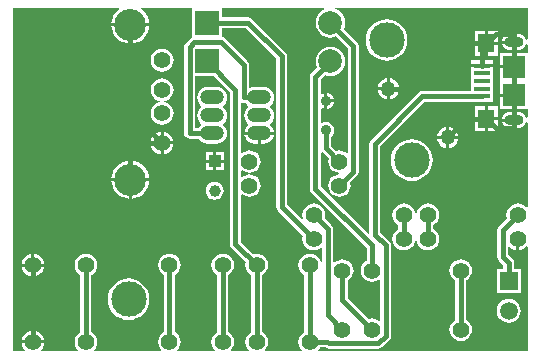
<source format=gtl>
%FSLAX44Y44*%
%MOMM*%
G71*
G01*
G75*
G04 Layer_Physical_Order=1*
G04 Layer_Color=255*
%ADD10R,1.4000X1.6000*%
%ADD11R,1.9000X1.9000*%
%ADD12R,1.3500X0.4000*%
%ADD13C,0.4000*%
%ADD14O,1.6000X0.9000*%
%ADD15O,2.0000X1.2500*%
%ADD16O,2.0000X1.2500*%
%ADD17C,1.4000*%
%ADD18C,2.7000*%
%ADD19R,2.0000X2.0000*%
%ADD20C,2.0000*%
%ADD21C,0.9000*%
%ADD22R,1.0000X1.0000*%
%ADD23C,1.0000*%
%ADD24C,1.5000*%
%ADD25R,1.5000X1.5000*%
%ADD26C,3.0000*%
%ADD27C,1.2700*%
G36*
X818650Y798789D02*
X817405Y798541D01*
X816780Y800051D01*
X815651Y801521D01*
X814181Y802650D01*
X812468Y803359D01*
X810630Y803601D01*
X808400D01*
Y796497D01*
Y789399D01*
X810630D01*
X812468Y789641D01*
X814181Y790351D01*
X815651Y791479D01*
X816780Y792950D01*
X817405Y794459D01*
X818650Y794211D01*
Y787540D01*
X808400D01*
Y775498D01*
X807133D01*
Y774230D01*
X795090D01*
Y763460D01*
Y752770D01*
X807133D01*
Y751503D01*
X808400D01*
Y739460D01*
X818650D01*
Y732789D01*
X817405Y732541D01*
X816780Y734050D01*
X815651Y735521D01*
X814181Y736649D01*
X812468Y737359D01*
X810630Y737601D01*
X808400D01*
Y730497D01*
Y723399D01*
X810630D01*
X812468Y723641D01*
X814181Y724351D01*
X815651Y725479D01*
X816780Y726950D01*
X817405Y728459D01*
X818650Y728211D01*
Y656952D01*
X817448Y656544D01*
X817064Y657044D01*
X815071Y658573D01*
X812750Y659534D01*
X810260Y659862D01*
X807770Y659534D01*
X805449Y658573D01*
X803456Y657044D01*
X801927Y655051D01*
X800966Y652730D01*
X800638Y650240D01*
X800966Y647750D01*
X801041Y647567D01*
X794287Y640813D01*
X793283Y639311D01*
X792931Y637540D01*
X792931Y637540D01*
Y614680D01*
X792931Y614680D01*
X793283Y612909D01*
X794287Y611407D01*
X798011Y607683D01*
Y604400D01*
X792600D01*
Y584320D01*
X812680D01*
Y604400D01*
X807269D01*
Y609600D01*
X807269Y609600D01*
X806917Y611371D01*
X805913Y612873D01*
X805913Y612873D01*
X802189Y616597D01*
Y622792D01*
X803392Y623200D01*
X803456Y623116D01*
X805449Y621587D01*
X807770Y620626D01*
X808990Y620465D01*
Y629922D01*
X811530D01*
Y620465D01*
X812750Y620626D01*
X815071Y621587D01*
X817064Y623116D01*
X817448Y623616D01*
X818650Y623208D01*
Y534600D01*
X641311D01*
X640903Y535802D01*
X640934Y535826D01*
X642463Y537819D01*
X642538Y538001D01*
X647347D01*
X648469Y537251D01*
X650240Y536899D01*
X650240Y536899D01*
X692150D01*
X692150Y536899D01*
X693921Y537251D01*
X695423Y538255D01*
X701773Y544605D01*
X701773Y544605D01*
X702375Y545505D01*
X702777Y546107D01*
X703129Y547878D01*
X703129Y547878D01*
X703129Y547878D01*
Y547878D01*
Y624332D01*
X703129Y624332D01*
X702777Y626103D01*
X701773Y627605D01*
X701773Y627605D01*
X693909Y635470D01*
Y708553D01*
X731227Y745871D01*
X780380D01*
X780827Y745960D01*
X789670D01*
Y752460D01*
Y758960D01*
X789670D01*
Y768040D01*
X789670D01*
Y771960D01*
Y775230D01*
X771090D01*
Y771960D01*
Y765460D01*
X771090D01*
Y761540D01*
X771090D01*
Y755129D01*
X729310D01*
X727538Y754777D01*
X726037Y753773D01*
X726037Y753773D01*
X686007Y713743D01*
X685003Y712241D01*
X684651Y710470D01*
X684651Y710470D01*
Y634703D01*
X683477Y634217D01*
X643439Y674255D01*
Y702756D01*
X644637Y703557D01*
X650141Y698053D01*
X650066Y697871D01*
X649738Y695380D01*
X650066Y692890D01*
X651027Y690569D01*
X652556Y688576D01*
X654549Y687047D01*
X656870Y686086D01*
X658621Y685855D01*
Y684585D01*
X656870Y684355D01*
X654549Y683393D01*
X652556Y681864D01*
X651027Y679872D01*
X650066Y677551D01*
X649738Y675060D01*
X650066Y672570D01*
X651027Y670249D01*
X652556Y668256D01*
X654549Y666727D01*
X656870Y665766D01*
X659360Y665438D01*
X661851Y665766D01*
X664171Y666727D01*
X666164Y668256D01*
X667693Y670249D01*
X668655Y672570D01*
X668982Y675060D01*
X668655Y677551D01*
X668579Y677733D01*
X674341Y683495D01*
X674341Y683495D01*
X675345Y684997D01*
X675345Y684997D01*
X675345Y684997D01*
X675697Y686768D01*
X675697Y686768D01*
Y793473D01*
X675697Y793473D01*
X675345Y795244D01*
X674341Y796746D01*
X674341Y796746D01*
X663255Y807832D01*
X663957Y809527D01*
X664388Y812801D01*
X663957Y816074D01*
X662694Y819125D01*
X660684Y821744D01*
X658064Y823754D01*
X655014Y825018D01*
X655039Y825401D01*
X818650D01*
Y798789D01*
D02*
G37*
G36*
X605733Y782689D02*
Y657098D01*
X605733Y657098D01*
X606085Y655327D01*
X607089Y653825D01*
X628321Y632593D01*
X628246Y632410D01*
X627918Y629920D01*
X628246Y627430D01*
X629207Y625109D01*
X630736Y623116D01*
X632729Y621587D01*
X635050Y620626D01*
X637540Y620298D01*
X640030Y620626D01*
X642351Y621587D01*
X643456Y622435D01*
X644595Y621873D01*
Y610549D01*
X643350Y610301D01*
X642463Y612441D01*
X640934Y614434D01*
X638941Y615963D01*
X636620Y616924D01*
X634130Y617252D01*
X631639Y616924D01*
X629319Y615963D01*
X627326Y614434D01*
X625797Y612441D01*
X624835Y610120D01*
X624507Y607630D01*
X624835Y605140D01*
X625797Y602819D01*
X627326Y600826D01*
X629319Y599297D01*
X629501Y599221D01*
Y551039D01*
X629319Y550963D01*
X627326Y549434D01*
X625797Y547441D01*
X624835Y545120D01*
X624507Y542630D01*
X624835Y540139D01*
X625797Y537819D01*
X627326Y535826D01*
X627357Y535802D01*
X626948Y534600D01*
X596311D01*
X595903Y535802D01*
X595934Y535826D01*
X597463Y537819D01*
X598424Y540139D01*
X598752Y542630D01*
X598424Y545120D01*
X597463Y547441D01*
X595934Y549434D01*
X593941Y550963D01*
X593759Y551039D01*
Y599221D01*
X593941Y599297D01*
X595934Y600826D01*
X597463Y602819D01*
X598424Y605140D01*
X598752Y607630D01*
X598424Y610120D01*
X597463Y612441D01*
X595934Y614434D01*
X593941Y615963D01*
X591620Y616924D01*
X589130Y617252D01*
X586639Y616924D01*
X586457Y616849D01*
X575875Y627431D01*
Y667190D01*
X577014Y667752D01*
X578349Y666727D01*
X580670Y665766D01*
X583160Y665438D01*
X585651Y665766D01*
X587971Y666727D01*
X589964Y668256D01*
X591493Y670249D01*
X592455Y672570D01*
X592782Y675060D01*
X592455Y677551D01*
X591493Y679872D01*
X589964Y681864D01*
X587971Y683393D01*
X585651Y684355D01*
X583160Y684683D01*
X580670Y684355D01*
X578349Y683393D01*
X577014Y682369D01*
X575875Y682931D01*
Y687510D01*
X577014Y688072D01*
X578349Y687047D01*
X580670Y686086D01*
X583160Y685758D01*
X585651Y686086D01*
X587971Y687047D01*
X589964Y688576D01*
X591493Y690569D01*
X592455Y692890D01*
X592782Y695380D01*
X592455Y697871D01*
X591493Y700191D01*
X589964Y702184D01*
X587971Y703714D01*
X585651Y704675D01*
X583160Y705003D01*
X580670Y704675D01*
X578349Y703714D01*
X577014Y702689D01*
X575875Y703251D01*
Y744534D01*
X576857Y745339D01*
X578104Y745091D01*
X579992D01*
X581251Y743451D01*
X582158Y742755D01*
Y741485D01*
X581251Y740789D01*
X579842Y738953D01*
X578956Y736815D01*
X578654Y734520D01*
X578956Y732226D01*
X579842Y730087D01*
X581251Y728251D01*
X582158Y727555D01*
Y726285D01*
X581251Y725589D01*
X579842Y723753D01*
X578956Y721615D01*
X578821Y720590D01*
X603718D01*
X603584Y721615D01*
X602698Y723753D01*
X601289Y725589D01*
X600382Y726285D01*
Y727555D01*
X601289Y728251D01*
X602698Y730087D01*
X603584Y732226D01*
X603886Y734520D01*
X603584Y736815D01*
X602698Y738953D01*
X601289Y740789D01*
X600382Y741485D01*
Y742755D01*
X601289Y743451D01*
X602698Y745287D01*
X603584Y747426D01*
X603886Y749720D01*
X603584Y752015D01*
X602698Y754153D01*
X601289Y755989D01*
X599453Y757398D01*
X597314Y758284D01*
X595020Y758586D01*
X587520D01*
X585225Y758284D01*
X583789Y757689D01*
X582733Y758394D01*
Y777240D01*
X582381Y779011D01*
X581377Y780513D01*
X581377Y780513D01*
X562073Y799817D01*
X560571Y800821D01*
X559680Y800998D01*
Y808172D01*
X580250D01*
X605733Y782689D01*
D02*
G37*
G36*
X646384Y824155D02*
X645416Y823754D01*
X642796Y821744D01*
X640787Y819125D01*
X639523Y816074D01*
X639092Y812801D01*
X639523Y809527D01*
X640787Y806476D01*
X642796Y803857D01*
X645416Y801847D01*
X648466Y800583D01*
X651740Y800152D01*
X655014Y800583D01*
X656709Y801285D01*
X666439Y791555D01*
Y703409D01*
X665300Y702847D01*
X664171Y703714D01*
X661851Y704675D01*
X659360Y705003D01*
X656870Y704675D01*
X656687Y704599D01*
X652539Y708748D01*
Y716358D01*
X652931Y716659D01*
X654060Y718130D01*
X654769Y719842D01*
X655011Y721680D01*
X654769Y723518D01*
X654060Y725230D01*
X652931Y726701D01*
X651461Y727830D01*
X649748Y728539D01*
X647910Y728781D01*
X646072Y728539D01*
X644495Y727885D01*
X643439Y728591D01*
Y739769D01*
X644495Y740474D01*
X646072Y739821D01*
X646640Y739746D01*
Y746677D01*
Y753613D01*
X646072Y753539D01*
X644495Y752885D01*
X643439Y753591D01*
Y765222D01*
X646771Y768555D01*
X648466Y767853D01*
X651740Y767422D01*
X655014Y767853D01*
X658064Y769116D01*
X660684Y771126D01*
X662694Y773746D01*
X663957Y776796D01*
X664388Y780070D01*
X663957Y783344D01*
X662694Y786394D01*
X660684Y789014D01*
X658064Y791024D01*
X655014Y792287D01*
X651740Y792718D01*
X648466Y792287D01*
X645416Y791024D01*
X642796Y789014D01*
X640787Y786394D01*
X639523Y783344D01*
X639092Y780070D01*
X639523Y776796D01*
X640225Y775101D01*
X635537Y770413D01*
X634533Y768911D01*
X634181Y767140D01*
X634181Y767140D01*
Y672338D01*
X634181Y672338D01*
X634533Y670567D01*
X635537Y669065D01*
X682241Y622361D01*
Y611509D01*
X682059Y611433D01*
X680066Y609904D01*
X678537Y607911D01*
X677575Y605591D01*
X677247Y603100D01*
X677575Y600610D01*
X678537Y598289D01*
X680066Y596296D01*
X682059Y594767D01*
X684379Y593806D01*
X686870Y593478D01*
X689360Y593806D01*
X691681Y594767D01*
X692732Y595573D01*
X693871Y595012D01*
Y561188D01*
X692732Y560626D01*
X691681Y561433D01*
X689360Y562394D01*
X686870Y562722D01*
X684379Y562394D01*
X684197Y562319D01*
X666499Y580017D01*
Y594692D01*
X666681Y594767D01*
X668674Y596296D01*
X670203Y598289D01*
X671164Y600610D01*
X671492Y603100D01*
X671164Y605591D01*
X670203Y607911D01*
X668674Y609904D01*
X666681Y611433D01*
X664360Y612395D01*
X661870Y612722D01*
X659379Y612395D01*
X657058Y611433D01*
X655066Y609904D01*
X655056Y609891D01*
X653853Y610299D01*
Y638556D01*
X653501Y640327D01*
X652497Y641829D01*
X652497Y641829D01*
X646759Y647567D01*
X646834Y647750D01*
X647162Y650240D01*
X646834Y652730D01*
X645873Y655051D01*
X644344Y657044D01*
X642351Y658573D01*
X640030Y659534D01*
X637540Y659862D01*
X635050Y659534D01*
X632729Y658573D01*
X630736Y657044D01*
X629207Y655051D01*
X628246Y652730D01*
X627918Y650240D01*
X628246Y647750D01*
X628406Y647362D01*
X627350Y646656D01*
X614991Y659015D01*
Y784606D01*
X614639Y786377D01*
X613635Y787879D01*
X613635Y787879D01*
X585441Y816074D01*
X583939Y817077D01*
X582168Y817430D01*
X582167Y817430D01*
X559680D01*
Y825340D01*
D01*
Y825340D01*
X559740Y825401D01*
X646136D01*
X646384Y824155D01*
D02*
G37*
G36*
X534600Y825340D02*
X534600D01*
Y800685D01*
X533302Y799817D01*
X533302Y799817D01*
X529111Y795626D01*
X528107Y794124D01*
X527755Y792353D01*
X527755Y792353D01*
Y719574D01*
X527755Y719574D01*
X528107Y717803D01*
X529111Y716301D01*
X529365Y716047D01*
X529365Y716047D01*
X530867Y715043D01*
X530867Y715043D01*
X530867Y715043D01*
D01*
X530867Y715043D01*
X530867Y715043D01*
X532638Y714691D01*
X532638Y714691D01*
X540192D01*
X541451Y713051D01*
X543287Y711642D01*
X545425Y710756D01*
X547720Y710454D01*
X555220D01*
X557515Y710756D01*
X559653Y711642D01*
X561489Y713051D01*
X562898Y714887D01*
X563784Y717025D01*
X564086Y719320D01*
X563784Y721615D01*
X562898Y723753D01*
X561489Y725589D01*
X560582Y726285D01*
Y727555D01*
X561489Y728251D01*
X562898Y730087D01*
X563784Y732226D01*
X564086Y734520D01*
X563784Y736815D01*
X562898Y738953D01*
X561489Y740789D01*
X560582Y741485D01*
Y742755D01*
X561489Y743451D01*
X562898Y745287D01*
X563784Y747426D01*
X564086Y749720D01*
X563784Y752015D01*
X562898Y754153D01*
X561489Y755989D01*
X559653Y757398D01*
X557515Y758284D01*
X555220Y758586D01*
X547720D01*
X545425Y758284D01*
X543287Y757398D01*
X541451Y755989D01*
X540042Y754153D01*
X539156Y752015D01*
X538854Y749720D01*
X539156Y747426D01*
X540042Y745287D01*
X541451Y743451D01*
X542358Y742755D01*
Y741485D01*
X541451Y740789D01*
X540042Y738953D01*
X539156Y736815D01*
X538854Y734520D01*
X539156Y732226D01*
X540042Y730087D01*
X541451Y728251D01*
X542358Y727555D01*
Y726285D01*
X541451Y725589D01*
X540192Y723949D01*
X537013D01*
Y767530D01*
X553134D01*
X566617Y754047D01*
Y625514D01*
X566617Y625514D01*
X566969Y623742D01*
X567973Y622240D01*
X579911Y610303D01*
X579835Y610120D01*
X579507Y607630D01*
X579835Y605140D01*
X580797Y602819D01*
X582326Y600826D01*
X584319Y599297D01*
X584501Y599221D01*
Y551039D01*
X584319Y550963D01*
X582326Y549434D01*
X580797Y547441D01*
X579835Y545120D01*
X579507Y542630D01*
X579835Y540139D01*
X580797Y537819D01*
X582326Y535826D01*
X582356Y535802D01*
X581948Y534600D01*
X567611D01*
X567203Y535802D01*
X567234Y535826D01*
X568763Y537819D01*
X569724Y540139D01*
X570052Y542630D01*
X569724Y545120D01*
X568763Y547441D01*
X567234Y549434D01*
X565241Y550963D01*
X565059Y551039D01*
Y599221D01*
X565241Y599297D01*
X567234Y600826D01*
X568763Y602819D01*
X569724Y605140D01*
X570052Y607630D01*
X569724Y610120D01*
X568763Y612441D01*
X567234Y614434D01*
X565241Y615963D01*
X562920Y616924D01*
X560430Y617252D01*
X557939Y616924D01*
X555619Y615963D01*
X553626Y614434D01*
X552096Y612441D01*
X551135Y610120D01*
X550807Y607630D01*
X551135Y605140D01*
X552096Y602819D01*
X553626Y600826D01*
X555619Y599297D01*
X555801Y599221D01*
Y551039D01*
X555619Y550963D01*
X553626Y549434D01*
X552096Y547441D01*
X551135Y545120D01*
X550807Y542630D01*
X551135Y540139D01*
X552096Y537819D01*
X553626Y535826D01*
X553656Y535802D01*
X553248Y534600D01*
X522612D01*
X522203Y535802D01*
X522234Y535826D01*
X523763Y537819D01*
X524725Y540139D01*
X525052Y542630D01*
X524725Y545120D01*
X523763Y547441D01*
X522234Y549434D01*
X520241Y550963D01*
X520059Y551039D01*
Y599221D01*
X520241Y599297D01*
X522234Y600826D01*
X523763Y602819D01*
X524725Y605140D01*
X525052Y607630D01*
X524725Y610120D01*
X523763Y612441D01*
X522234Y614434D01*
X520241Y615963D01*
X517920Y616924D01*
X515430Y617252D01*
X512940Y616924D01*
X510619Y615963D01*
X508626Y614434D01*
X507097Y612441D01*
X506136Y610120D01*
X505808Y607630D01*
X506136Y605140D01*
X507097Y602819D01*
X508626Y600826D01*
X510619Y599297D01*
X510801Y599221D01*
Y551039D01*
X510619Y550963D01*
X508626Y549434D01*
X507097Y547441D01*
X506136Y545120D01*
X505808Y542630D01*
X506136Y540139D01*
X507097Y537819D01*
X508626Y535826D01*
X508657Y535802D01*
X508248Y534600D01*
X451882D01*
X451473Y535802D01*
X451504Y535826D01*
X453033Y537819D01*
X453995Y540139D01*
X454323Y542630D01*
X453995Y545120D01*
X453033Y547441D01*
X451504Y549434D01*
X449511Y550963D01*
X449329Y551039D01*
Y599221D01*
X449511Y599297D01*
X451504Y600826D01*
X453033Y602819D01*
X453995Y605140D01*
X454323Y607630D01*
X453995Y610120D01*
X453033Y612441D01*
X451504Y614434D01*
X449511Y615963D01*
X447191Y616924D01*
X444700Y617252D01*
X442210Y616924D01*
X439889Y615963D01*
X437896Y614434D01*
X436367Y612441D01*
X435406Y610120D01*
X435078Y607630D01*
X435406Y605140D01*
X436367Y602819D01*
X437896Y600826D01*
X439889Y599297D01*
X440071Y599221D01*
Y551039D01*
X439889Y550963D01*
X437896Y549434D01*
X436367Y547441D01*
X435406Y545120D01*
X435078Y542630D01*
X435406Y540139D01*
X436367Y537819D01*
X437896Y535826D01*
X437927Y535802D01*
X437519Y534600D01*
X406881D01*
X406473Y535802D01*
X406504Y535826D01*
X408033Y537819D01*
X408994Y540139D01*
X409155Y541360D01*
X390245D01*
X390406Y540139D01*
X391367Y537819D01*
X392896Y535826D01*
X392927Y535802D01*
X392519Y534600D01*
X382830D01*
Y825401D01*
X472340D01*
X472768Y824205D01*
X470813Y822600D01*
X468809Y820158D01*
X467319Y817371D01*
X466402Y814348D01*
X466217Y812473D01*
X498202D01*
X498018Y814348D01*
X497101Y817371D01*
X495611Y820158D01*
X493607Y822600D01*
X491164Y824605D01*
X491364Y825401D01*
X534600D01*
Y825340D01*
D02*
G37*
%LPC*%
G36*
X552450Y703100D02*
X546180D01*
Y696830D01*
X552450D01*
Y703100D01*
D02*
G37*
G36*
X561260D02*
X554990D01*
Y696830D01*
X561260D01*
Y703100D01*
D02*
G37*
G36*
X507940Y709934D02*
X499755D01*
X499916Y708713D01*
X500877Y706392D01*
X502406Y704400D01*
X504399Y702870D01*
X506720Y701909D01*
X507940Y701748D01*
Y709934D01*
D02*
G37*
G36*
X483480Y695946D02*
Y681223D01*
X498202D01*
X498018Y683098D01*
X497101Y686121D01*
X495611Y688908D01*
X493607Y691350D01*
X491164Y693355D01*
X488378Y694844D01*
X485354Y695761D01*
X483480Y695946D01*
D02*
G37*
G36*
X552450Y694290D02*
X546180D01*
Y688020D01*
X552450D01*
Y694290D01*
D02*
G37*
G36*
X561260D02*
X554990D01*
Y688020D01*
X561260D01*
Y694290D01*
D02*
G37*
G36*
X518665Y709934D02*
X510480D01*
Y701748D01*
X511701Y701909D01*
X514021Y702870D01*
X516014Y704400D01*
X517543Y706392D01*
X518504Y708713D01*
X518665Y709934D01*
D02*
G37*
G36*
X603718Y718050D02*
X592540D01*
Y710454D01*
X595020D01*
X597314Y710756D01*
X599453Y711642D01*
X601289Y713051D01*
X602698Y714887D01*
X603584Y717025D01*
X603718Y718050D01*
D02*
G37*
G36*
X507940Y720659D02*
X506720Y720498D01*
X504399Y719537D01*
X502406Y718008D01*
X500877Y716015D01*
X499916Y713694D01*
X499755Y712474D01*
X507940D01*
Y720659D01*
D02*
G37*
G36*
X510480D02*
Y712474D01*
X518665D01*
X518504Y713694D01*
X517543Y716015D01*
X516014Y718008D01*
X514021Y719537D01*
X511701Y720498D01*
X510480Y720659D01*
D02*
G37*
G36*
X749690Y714440D02*
X742160D01*
X742299Y713389D01*
X743195Y711227D01*
X744620Y709370D01*
X746477Y707945D01*
X748639Y707049D01*
X749690Y706910D01*
Y714440D01*
D02*
G37*
G36*
X759760D02*
X752230D01*
Y706910D01*
X753281Y707049D01*
X755443Y707945D01*
X757300Y709370D01*
X758725Y711227D01*
X759621Y713389D01*
X759760Y714440D01*
D02*
G37*
G36*
X590000Y718050D02*
X578821D01*
X578956Y717025D01*
X579842Y714887D01*
X581251Y713051D01*
X583087Y711642D01*
X585225Y710756D01*
X587520Y710454D01*
X590000D01*
Y718050D01*
D02*
G37*
G36*
X480940Y695946D02*
X479066Y695761D01*
X476042Y694844D01*
X473255Y693355D01*
X470813Y691350D01*
X468809Y688908D01*
X467319Y686121D01*
X466402Y683098D01*
X466217Y681223D01*
X480940D01*
Y695946D01*
D02*
G37*
G36*
X480750Y596375D02*
X477312Y596036D01*
X474005Y595033D01*
X470958Y593405D01*
X468287Y591213D01*
X466096Y588542D01*
X464467Y585495D01*
X463464Y582188D01*
X463125Y578750D01*
X463464Y575312D01*
X464467Y572005D01*
X466096Y568958D01*
X468287Y566287D01*
X470958Y564095D01*
X474005Y562467D01*
X477312Y561464D01*
X480750Y561125D01*
X484188Y561464D01*
X487495Y562467D01*
X490542Y564095D01*
X493213Y566287D01*
X495405Y568958D01*
X497033Y572005D01*
X498036Y575312D01*
X498375Y578750D01*
X498036Y582188D01*
X497033Y585495D01*
X495405Y588542D01*
X493213Y591213D01*
X490542Y593405D01*
X487495Y595033D01*
X484188Y596036D01*
X480750Y596375D01*
D02*
G37*
G36*
X398430Y606360D02*
X390245D01*
X390406Y605140D01*
X391367Y602819D01*
X392896Y600826D01*
X394889Y599297D01*
X397210Y598335D01*
X398430Y598175D01*
Y606360D01*
D02*
G37*
G36*
X409155D02*
X400970D01*
Y598175D01*
X402190Y598335D01*
X404511Y599297D01*
X406504Y600826D01*
X408033Y602819D01*
X408994Y605140D01*
X409155Y606360D01*
D02*
G37*
G36*
X802640Y579087D02*
X800019Y578742D01*
X797577Y577730D01*
X795479Y576121D01*
X793870Y574023D01*
X792858Y571581D01*
X792513Y568960D01*
X792858Y566339D01*
X793870Y563897D01*
X795479Y561799D01*
X797577Y560190D01*
X800019Y559178D01*
X802640Y558833D01*
X805261Y559178D01*
X807703Y560190D01*
X809801Y561799D01*
X811410Y563897D01*
X812422Y566339D01*
X812767Y568960D01*
X812422Y571581D01*
X811410Y574023D01*
X809801Y576121D01*
X807703Y577730D01*
X805261Y578742D01*
X802640Y579087D01*
D02*
G37*
G36*
X761870Y612722D02*
X759380Y612395D01*
X757059Y611433D01*
X755066Y609904D01*
X753537Y607911D01*
X752576Y605591D01*
X752248Y603100D01*
X752576Y600610D01*
X753537Y598289D01*
X755066Y596296D01*
X757059Y594767D01*
X757241Y594692D01*
Y561508D01*
X757059Y561433D01*
X755066Y559904D01*
X753537Y557911D01*
X752576Y555590D01*
X752248Y553100D01*
X752576Y550609D01*
X753537Y548289D01*
X755066Y546296D01*
X757059Y544767D01*
X759380Y543805D01*
X761870Y543477D01*
X764360Y543805D01*
X766681Y544767D01*
X768674Y546296D01*
X770203Y548289D01*
X771164Y550609D01*
X771492Y553100D01*
X771164Y555590D01*
X770203Y557911D01*
X768674Y559904D01*
X766681Y561433D01*
X766499Y561508D01*
Y594692D01*
X766681Y594767D01*
X768674Y596296D01*
X770203Y598289D01*
X771164Y600610D01*
X771492Y603100D01*
X771164Y605591D01*
X770203Y607911D01*
X768674Y609904D01*
X766681Y611433D01*
X764360Y612395D01*
X761870Y612722D01*
D02*
G37*
G36*
X398430Y552085D02*
X397210Y551924D01*
X394889Y550963D01*
X392896Y549434D01*
X391367Y547441D01*
X390406Y545120D01*
X390245Y543900D01*
X398430D01*
Y552085D01*
D02*
G37*
G36*
X400970D02*
Y543900D01*
X409155D01*
X408994Y545120D01*
X408033Y547441D01*
X406504Y549434D01*
X404511Y550963D01*
X402190Y551924D01*
X400970Y552085D01*
D02*
G37*
G36*
X480940Y678683D02*
X466217D01*
X466402Y676809D01*
X467319Y673785D01*
X468809Y670999D01*
X470813Y668557D01*
X473255Y666552D01*
X476042Y665063D01*
X479066Y664146D01*
X480940Y663961D01*
Y678683D01*
D02*
G37*
G36*
X498202D02*
X483480D01*
Y663961D01*
X485354Y664146D01*
X488378Y665063D01*
X491164Y666552D01*
X493607Y668557D01*
X495611Y670999D01*
X497101Y673785D01*
X498018Y676809D01*
X498202Y678683D01*
D02*
G37*
G36*
X720500Y714125D02*
X717062Y713786D01*
X713755Y712783D01*
X710708Y711154D01*
X708037Y708963D01*
X705845Y706292D01*
X704217Y703245D01*
X703214Y699939D01*
X702875Y696500D01*
X703214Y693062D01*
X704217Y689755D01*
X705845Y686708D01*
X708037Y684037D01*
X710708Y681845D01*
X713755Y680217D01*
X717062Y679214D01*
X720500Y678875D01*
X723939Y679214D01*
X727245Y680217D01*
X730292Y681845D01*
X732963Y684037D01*
X735154Y686708D01*
X736783Y689755D01*
X737786Y693062D01*
X738125Y696500D01*
X737786Y699939D01*
X736783Y703245D01*
X735154Y706292D01*
X732963Y708963D01*
X730292Y711154D01*
X727245Y712783D01*
X723939Y713786D01*
X720500Y714125D01*
D02*
G37*
G36*
X553720Y678165D02*
X551752Y677906D01*
X549917Y677146D01*
X548342Y675938D01*
X547134Y674362D01*
X546374Y672528D01*
X546115Y670560D01*
X546374Y668592D01*
X547134Y666758D01*
X548342Y665182D01*
X549917Y663974D01*
X551752Y663214D01*
X553720Y662955D01*
X555688Y663214D01*
X557523Y663974D01*
X559098Y665182D01*
X560306Y666758D01*
X561066Y668592D01*
X561325Y670560D01*
X561066Y672528D01*
X560306Y674362D01*
X559098Y675938D01*
X557523Y677146D01*
X555688Y677906D01*
X553720Y678165D01*
D02*
G37*
G36*
X398430Y617085D02*
X397210Y616924D01*
X394889Y615963D01*
X392896Y614434D01*
X391367Y612441D01*
X390406Y610120D01*
X390245Y608900D01*
X398430D01*
Y617085D01*
D02*
G37*
G36*
X400970D02*
Y608900D01*
X409155D01*
X408994Y610120D01*
X408033Y612441D01*
X406504Y614434D01*
X404511Y615963D01*
X402190Y616924D01*
X400970Y617085D01*
D02*
G37*
G36*
X734060Y659862D02*
X731570Y659534D01*
X729249Y658573D01*
X727256Y657044D01*
X725727Y655051D01*
X724766Y652730D01*
X724535Y650979D01*
X723265D01*
X723034Y652730D01*
X722073Y655051D01*
X720544Y657044D01*
X718551Y658573D01*
X716230Y659534D01*
X713740Y659862D01*
X711250Y659534D01*
X708929Y658573D01*
X706936Y657044D01*
X705407Y655051D01*
X704446Y652730D01*
X704118Y650240D01*
X704446Y647750D01*
X705407Y645429D01*
X706936Y643436D01*
X708929Y641907D01*
X709111Y641831D01*
Y638329D01*
X708929Y638253D01*
X706936Y636724D01*
X705407Y634731D01*
X704446Y632410D01*
X704118Y629920D01*
X704446Y627430D01*
X705407Y625109D01*
X706936Y623116D01*
X708929Y621587D01*
X711250Y620626D01*
X713740Y620298D01*
X716230Y620626D01*
X718551Y621587D01*
X720544Y623116D01*
X722073Y625109D01*
X723034Y627430D01*
X723265Y629181D01*
X724535D01*
X724766Y627430D01*
X725727Y625109D01*
X727256Y623116D01*
X729249Y621587D01*
X731570Y620626D01*
X734060Y620298D01*
X736550Y620626D01*
X738871Y621587D01*
X740864Y623116D01*
X742393Y625109D01*
X743354Y627430D01*
X743682Y629920D01*
X743354Y632410D01*
X742393Y634731D01*
X740864Y636724D01*
X738871Y638253D01*
X738689Y638329D01*
Y641831D01*
X738871Y641907D01*
X740864Y643436D01*
X742393Y645429D01*
X743354Y647750D01*
X743682Y650240D01*
X743354Y652730D01*
X742393Y655051D01*
X740864Y657044D01*
X738871Y658573D01*
X736550Y659534D01*
X734060Y659862D01*
D02*
G37*
G36*
X749690Y724510D02*
X748639Y724371D01*
X746477Y723475D01*
X744620Y722050D01*
X743195Y720193D01*
X742299Y718031D01*
X742160Y716980D01*
X749690D01*
Y724510D01*
D02*
G37*
G36*
X789670Y781040D02*
X781650D01*
Y777770D01*
X789670D01*
Y781040D01*
D02*
G37*
G36*
X699250Y815875D02*
X695812Y815536D01*
X692505Y814533D01*
X689458Y812905D01*
X686787Y810713D01*
X684595Y808042D01*
X682967Y804995D01*
X681964Y801688D01*
X681625Y798250D01*
X681964Y794811D01*
X682967Y791505D01*
X684595Y788458D01*
X686787Y785787D01*
X689458Y783596D01*
X692505Y781967D01*
X695812Y780964D01*
X699250Y780625D01*
X702689Y780964D01*
X705995Y781967D01*
X709042Y783596D01*
X711713Y785787D01*
X713904Y788458D01*
X715533Y791505D01*
X716536Y794811D01*
X716875Y798250D01*
X716536Y801688D01*
X715533Y804995D01*
X713904Y808042D01*
X711713Y810713D01*
X709042Y812905D01*
X705995Y814533D01*
X702689Y815536D01*
X699250Y815875D01*
D02*
G37*
G36*
X782360Y794230D02*
X774090D01*
Y784960D01*
X782360D01*
Y794230D01*
D02*
G37*
G36*
X779110Y781040D02*
X771090D01*
Y777770D01*
X779110D01*
Y781040D01*
D02*
G37*
G36*
X702020Y765799D02*
Y758270D01*
X709549D01*
X709411Y759321D01*
X708515Y761483D01*
X707090Y763340D01*
X705233Y764765D01*
X703071Y765661D01*
X702020Y765799D01*
D02*
G37*
G36*
X509210Y790826D02*
X506720Y790498D01*
X504399Y789537D01*
X502406Y788007D01*
X500877Y786015D01*
X499916Y783694D01*
X499588Y781203D01*
X499916Y778713D01*
X500877Y776392D01*
X502406Y774399D01*
X504399Y772870D01*
X506720Y771909D01*
X509210Y771581D01*
X511701Y771909D01*
X514021Y772870D01*
X516014Y774399D01*
X517543Y776392D01*
X518504Y778713D01*
X518832Y781203D01*
X518504Y783694D01*
X517543Y786015D01*
X516014Y788007D01*
X514021Y789537D01*
X511701Y790498D01*
X509210Y790826D01*
D02*
G37*
G36*
X805860Y787540D02*
X795090D01*
Y776770D01*
X805860D01*
Y787540D01*
D02*
G37*
G36*
X782360Y806040D02*
X774090D01*
Y796770D01*
X782360D01*
Y806040D01*
D02*
G37*
G36*
X793170D02*
X784900D01*
Y796770D01*
X793170D01*
Y806040D01*
D02*
G37*
G36*
X805860Y803601D02*
X803630D01*
X801792Y803359D01*
X800080Y802650D01*
X798609Y801521D01*
X797481Y800051D01*
X796771Y798338D01*
X796697Y797770D01*
X805860D01*
Y803601D01*
D02*
G37*
G36*
X498202Y809933D02*
X483480D01*
Y795211D01*
X485354Y795395D01*
X488378Y796313D01*
X491164Y797802D01*
X493607Y799807D01*
X495611Y802249D01*
X497101Y805035D01*
X498018Y808059D01*
X498202Y809933D01*
D02*
G37*
G36*
X793170Y794230D02*
X784900D01*
Y784960D01*
X793170D01*
Y794230D01*
D02*
G37*
G36*
X805860Y795230D02*
X796697D01*
X796771Y794662D01*
X797481Y792950D01*
X798609Y791479D01*
X800080Y790351D01*
X801792Y789641D01*
X803630Y789399D01*
X805860D01*
Y795230D01*
D02*
G37*
G36*
X480940Y809933D02*
X466217D01*
X466402Y808059D01*
X467319Y805035D01*
X468809Y802249D01*
X470813Y799807D01*
X473255Y797802D01*
X476042Y796313D01*
X479066Y795395D01*
X480940Y795211D01*
Y809933D01*
D02*
G37*
G36*
X509210Y765826D02*
X506720Y765498D01*
X504399Y764537D01*
X502406Y763008D01*
X500877Y761015D01*
X499916Y758694D01*
X499588Y756204D01*
X499916Y753713D01*
X500877Y751393D01*
X502406Y749400D01*
X504399Y747871D01*
X506720Y746909D01*
X507255Y746839D01*
Y745569D01*
X506720Y745498D01*
X504399Y744537D01*
X502406Y743008D01*
X500877Y741015D01*
X499916Y738694D01*
X499588Y736204D01*
X499916Y733713D01*
X500877Y731393D01*
X502406Y729400D01*
X504399Y727871D01*
X506720Y726909D01*
X509210Y726581D01*
X511701Y726909D01*
X514021Y727871D01*
X516014Y729400D01*
X517543Y731393D01*
X518504Y733713D01*
X518832Y736204D01*
X518504Y738694D01*
X517543Y741015D01*
X516014Y743008D01*
X514021Y744537D01*
X511701Y745498D01*
X511165Y745569D01*
Y746839D01*
X511701Y746909D01*
X514021Y747871D01*
X516014Y749400D01*
X517543Y751393D01*
X518504Y753713D01*
X518832Y756204D01*
X518504Y758694D01*
X517543Y761015D01*
X516014Y763008D01*
X514021Y764537D01*
X511701Y765498D01*
X509210Y765826D01*
D02*
G37*
G36*
X805860Y737601D02*
X803630D01*
X801792Y737359D01*
X800080Y736649D01*
X798609Y735521D01*
X797481Y734050D01*
X796771Y732338D01*
X796697Y731770D01*
X805860D01*
Y737601D01*
D02*
G37*
G36*
X782360Y742040D02*
X774090D01*
Y732770D01*
X782360D01*
Y742040D01*
D02*
G37*
G36*
X805860Y729230D02*
X796697D01*
X796771Y728662D01*
X797481Y726950D01*
X798609Y725479D01*
X800080Y724351D01*
X801792Y723641D01*
X803630Y723399D01*
X805860D01*
Y729230D01*
D02*
G37*
G36*
X752230Y724510D02*
Y716980D01*
X759760D01*
X759621Y718031D01*
X758725Y720193D01*
X757300Y722050D01*
X755443Y723475D01*
X753281Y724371D01*
X752230Y724510D01*
D02*
G37*
G36*
X782360Y730230D02*
X774090D01*
Y720960D01*
X782360D01*
Y730230D01*
D02*
G37*
G36*
X793170D02*
X784900D01*
Y720960D01*
X793170D01*
Y730230D01*
D02*
G37*
G36*
X699480Y755730D02*
X691951D01*
X692089Y754679D01*
X692985Y752517D01*
X694410Y750660D01*
X696267Y749235D01*
X698429Y748339D01*
X699480Y748201D01*
Y755730D01*
D02*
G37*
G36*
X709549D02*
X702020D01*
Y748201D01*
X703071Y748339D01*
X705233Y749235D01*
X707090Y750660D01*
X708515Y752517D01*
X709411Y754679D01*
X709549Y755730D01*
D02*
G37*
G36*
X699480Y765799D02*
X698429Y765661D01*
X696267Y764765D01*
X694410Y763340D01*
X692985Y761483D01*
X692089Y759321D01*
X691951Y758270D01*
X699480D01*
Y765799D01*
D02*
G37*
G36*
X649180Y753613D02*
Y747950D01*
X654844D01*
X654769Y748518D01*
X654060Y750230D01*
X652931Y751701D01*
X651461Y752829D01*
X649748Y753539D01*
X649180Y753613D01*
D02*
G37*
G36*
X793170Y742040D02*
X784900D01*
Y732770D01*
X793170D01*
Y742040D01*
D02*
G37*
G36*
X805860Y750230D02*
X795090D01*
Y739460D01*
X805860D01*
Y750230D01*
D02*
G37*
G36*
X654844Y745410D02*
X649180D01*
Y739746D01*
X649748Y739821D01*
X651461Y740530D01*
X652931Y741659D01*
X654060Y743129D01*
X654769Y744842D01*
X654844Y745410D01*
D02*
G37*
%LPD*%
D10*
X783630Y795500D02*
D03*
Y731500D02*
D03*
D11*
X807130Y751500D02*
D03*
Y775500D02*
D03*
D12*
X780380Y763500D02*
D03*
X780380Y770000D02*
D03*
Y776500D02*
D03*
Y757000D02*
D03*
Y750500D02*
D03*
D13*
X766750Y731500D02*
X783630D01*
X750960Y715710D02*
X766750Y731500D01*
X780380Y776500D02*
Y792250D01*
X791630Y803500D02*
X807130D01*
X783630Y795500D02*
X791630Y803500D01*
X807130Y751500D02*
Y775500D01*
Y723500D02*
Y751500D01*
X783630Y731500D02*
X791630Y723500D01*
X807130D01*
X515430Y542630D02*
Y607630D01*
X734060Y629920D02*
Y650240D01*
X399700Y542630D02*
Y607630D01*
X589130Y542630D02*
Y607630D01*
X761870Y553100D02*
Y603100D01*
X634130Y542630D02*
Y607630D01*
X444700Y542630D02*
Y607630D01*
X713740Y629920D02*
Y650240D01*
X560430Y542630D02*
Y607630D01*
X647910Y706830D02*
X659360Y695380D01*
X647910Y706830D02*
Y721680D01*
X571246Y625514D02*
X589130Y607630D01*
X649224Y565745D02*
X661870Y553100D01*
X649224Y565745D02*
Y638556D01*
X637540Y650240D02*
X649224Y638556D01*
X482210Y738204D02*
Y811203D01*
Y738204D02*
X509210Y711204D01*
X482210Y679953D02*
Y698500D01*
X494913Y711204D01*
X509210D01*
X578104Y749720D02*
X591270D01*
X578104D02*
Y777240D01*
X558800Y796544D02*
X578104Y777240D01*
X536575Y796544D02*
X558800D01*
X532384Y792353D02*
X536575Y796544D01*
X532384Y719574D02*
Y792353D01*
Y719574D02*
X532638Y719320D01*
X551470D01*
X689280Y633552D02*
X698500Y624332D01*
Y547878D02*
Y624332D01*
X692150Y541528D02*
X698500Y547878D01*
X650240Y541528D02*
X692150D01*
X649138Y542630D02*
X650240Y541528D01*
X634130Y542630D02*
X649138D01*
X686870Y603100D02*
Y624278D01*
X797560Y637540D02*
X810260Y650240D01*
X797560Y614680D02*
Y637540D01*
Y614680D02*
X802640Y609600D01*
Y594360D02*
Y609600D01*
X661870Y578100D02*
X686870Y553100D01*
X661870Y578100D02*
Y603100D01*
X610362Y657098D02*
X637540Y629920D01*
X582168Y812801D02*
X610362Y784606D01*
X547140Y812801D02*
X582168D01*
X571246Y625514D02*
Y755964D01*
X547140Y780070D02*
X571246Y755964D01*
X610362Y657098D02*
Y784606D01*
X651740Y812801D02*
X671068Y793473D01*
X659360Y675060D02*
X671068Y686768D01*
Y793473D01*
X638810Y767140D02*
X651740Y780070D01*
X638810Y672338D02*
X686870Y624278D01*
X638810Y672338D02*
Y767140D01*
X807130Y775500D02*
Y796500D01*
Y803500D01*
X700750Y757000D02*
X719000D01*
X757500Y795500D01*
X783630D01*
X729310Y750500D02*
X780380D01*
X689280Y633552D02*
Y710470D01*
X729310Y750500D01*
D14*
X807130Y796500D02*
D03*
Y730500D02*
D03*
D15*
X591270Y749720D02*
D03*
Y719320D02*
D03*
X551470D02*
D03*
Y749720D02*
D03*
D16*
X591270Y734520D02*
D03*
X551470D02*
D03*
D17*
X637540Y650240D02*
D03*
X713740D02*
D03*
X509210Y781203D02*
D03*
Y756204D02*
D03*
Y736204D02*
D03*
Y711204D02*
D03*
X444700Y542630D02*
D03*
Y607630D02*
D03*
X399700Y542630D02*
D03*
Y607630D02*
D03*
X589130D02*
D03*
Y542630D02*
D03*
X634130Y607630D02*
D03*
Y542630D02*
D03*
X583160Y695380D02*
D03*
X659360D02*
D03*
X713740Y629920D02*
D03*
X637540D02*
D03*
X661870Y553100D02*
D03*
X686870D02*
D03*
X761870D02*
D03*
Y603100D02*
D03*
X686870D02*
D03*
X661870D02*
D03*
X810260Y650240D02*
D03*
X734060D02*
D03*
X659360Y675060D02*
D03*
X583160D02*
D03*
X810260Y629920D02*
D03*
X734060D02*
D03*
X560430Y542630D02*
D03*
Y607630D02*
D03*
X515430Y542630D02*
D03*
Y607630D02*
D03*
D18*
X482210Y811203D02*
D03*
Y679953D02*
D03*
D19*
X547140Y780070D02*
D03*
Y812801D02*
D03*
D20*
X651740Y780070D02*
D03*
Y812801D02*
D03*
D21*
X647910Y721680D02*
D03*
Y746680D02*
D03*
D22*
X553720Y695560D02*
D03*
D23*
Y670560D02*
D03*
D24*
X802640Y568960D02*
D03*
D25*
Y594360D02*
D03*
D26*
X480750Y578750D02*
D03*
X720500Y696500D02*
D03*
X699250Y798250D02*
D03*
D27*
X700750Y757000D02*
D03*
X750960Y715710D02*
D03*
M02*

</source>
